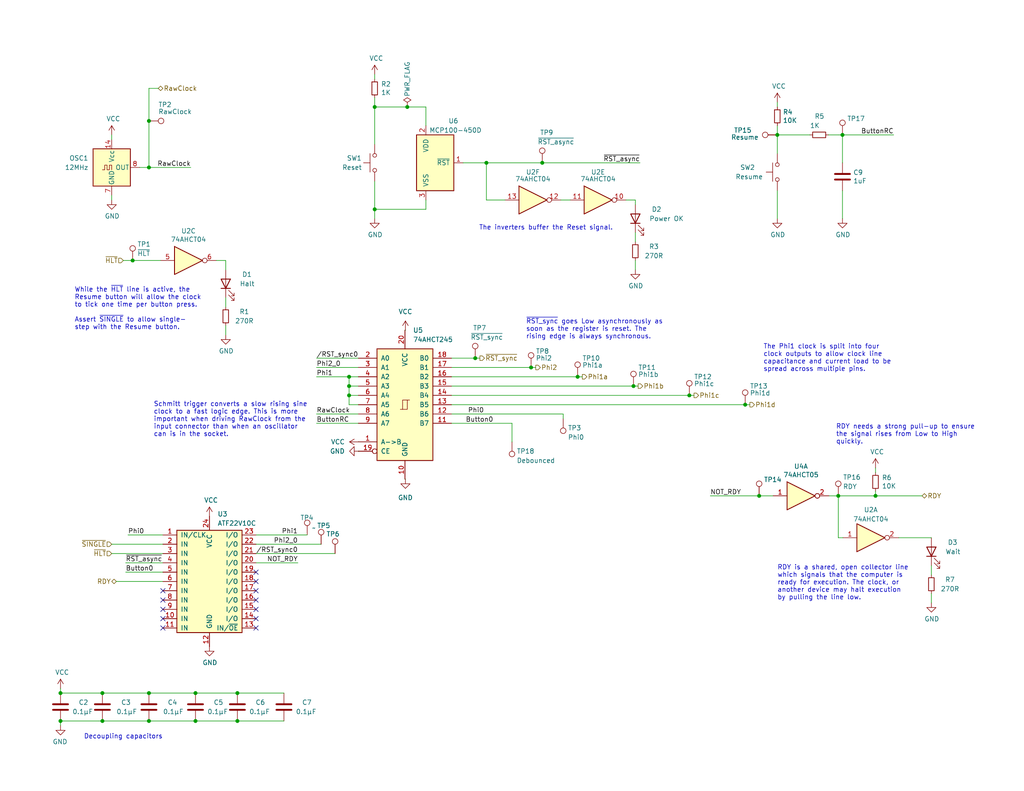
<source format=kicad_sch>
(kicad_sch (version 20230121) (generator eeschema)
  (paper "USLetter")
  (title_block (title "Turtle16: Clock") (date "2023-10-15") (rev "D"))
  (lib_symbols
    (symbol "74xx:74HC245" (pin_names (offset 1.016))
      (property "Reference" "U" (at -7.62 16.51 0))
      (property "Value" "74HC245" (at -7.62 -16.51 0))
      (symbol "74HC245_1_0"
        (polyline (pts (xy -0.635 -1.27) (xy -0.635 1.27) (xy 0.635 1.27)))
        (polyline (pts (xy -1.27 -1.27) (xy 0.635 -1.27) (xy 0.635 1.27) (xy 1.27 1.27)))
        (pin input line (at -12.7 -10.16 0) (length 5.08) (name "A->B") (number "1"))
        (pin power_in line (at 0 -20.32 90) (length 5.08) (name "GND") (number "10"))
        (pin tri_state line (at 12.7 -5.08 180) (length 5.08) (name "B7") (number "11"))
        (pin tri_state line (at 12.7 -2.54 180) (length 5.08) (name "B6") (number "12"))
        (pin tri_state line (at 12.7 0 180) (length 5.08) (name "B5") (number "13"))
        (pin tri_state line (at 12.7 2.54 180) (length 5.08) (name "B4") (number "14"))
        (pin tri_state line (at 12.7 5.08 180) (length 5.08) (name "B3") (number "15"))
        (pin tri_state line (at 12.7 7.62 180) (length 5.08) (name "B2") (number "16"))
        (pin tri_state line (at 12.7 10.16 180) (length 5.08) (name "B1") (number "17"))
        (pin tri_state line (at 12.7 12.7 180) (length 5.08) (name "B0") (number "18"))
        (pin input inverted (at -12.7 -12.7 0) (length 5.08) (name "CE") (number "19"))
        (pin tri_state line (at -12.7 12.7 0) (length 5.08) (name "A0") (number "2"))
        (pin power_in line (at 0 20.32 270) (length 5.08) (name "VCC") (number "20"))
        (pin tri_state line (at -12.7 10.16 0) (length 5.08) (name "A1") (number "3"))
        (pin tri_state line (at -12.7 7.62 0) (length 5.08) (name "A2") (number "4"))
        (pin tri_state line (at -12.7 5.08 0) (length 5.08) (name "A3") (number "5"))
        (pin tri_state line (at -12.7 2.54 0) (length 5.08) (name "A4") (number "6"))
        (pin tri_state line (at -12.7 0 0) (length 5.08) (name "A5") (number "7"))
        (pin tri_state line (at -12.7 -2.54 0) (length 5.08) (name "A6") (number "8"))
        (pin tri_state line (at -12.7 -5.08 0) (length 5.08) (name "A7") (number "9"))
      )
      (symbol "74HC245_1_1"
        (rectangle (start -7.62 15.24) (end 7.62 -15.24) (stroke (width 0.254)) (fill (type background)))
      )
    )
    (symbol "74xx:74LS04"
      (property "Reference" "U" (at 0 1.27 0))
      (property "Value" "74LS04" (at 0 -1.27 0))
      (symbol "74LS04_1_0"
        (polyline (pts (xy -3.81 3.81) (xy -3.81 -3.81) (xy 3.81 0) (xy -3.81 3.81)) (stroke (width 0.254)) (fill (type background)))
        (pin input line (at -7.62 0 0) (length 3.81) (name "~") (number "1"))
        (pin output inverted (at 7.62 0 180) (length 3.81) (name "~") (number "2"))
      )
      (symbol "74LS04_2_0"
        (polyline (pts (xy -3.81 3.81) (xy -3.81 -3.81) (xy 3.81 0) (xy -3.81 3.81)) (stroke (width 0.254)) (fill (type background)))
        (pin input line (at -7.62 0 0) (length 3.81) (name "~") (number "3"))
        (pin output inverted (at 7.62 0 180) (length 3.81) (name "~") (number "4"))
      )
      (symbol "74LS04_3_0"
        (polyline (pts (xy -3.81 3.81) (xy -3.81 -3.81) (xy 3.81 0) (xy -3.81 3.81)) (stroke (width 0.254)) (fill (type background)))
        (pin input line (at -7.62 0 0) (length 3.81) (name "~") (number "5"))
        (pin output inverted (at 7.62 0 180) (length 3.81) (name "~") (number "6"))
      )
      (symbol "74LS04_4_0"
        (polyline (pts (xy -3.81 3.81) (xy -3.81 -3.81) (xy 3.81 0) (xy -3.81 3.81)) (stroke (width 0.254)) (fill (type background)))
        (pin output inverted (at 7.62 0 180) (length 3.81) (name "~") (number "8"))
        (pin input line (at -7.62 0 0) (length 3.81) (name "~") (number "9"))
      )
      (symbol "74LS04_5_0"
        (polyline (pts (xy -3.81 3.81) (xy -3.81 -3.81) (xy 3.81 0) (xy -3.81 3.81)) (stroke (width 0.254)) (fill (type background)))
        (pin output inverted (at 7.62 0 180) (length 3.81) (name "~") (number "10"))
        (pin input line (at -7.62 0 0) (length 3.81) (name "~") (number "11"))
      )
      (symbol "74LS04_6_0"
        (polyline (pts (xy -3.81 3.81) (xy -3.81 -3.81) (xy 3.81 0) (xy -3.81 3.81)) (stroke (width 0.254)) (fill (type background)))
        (pin output inverted (at 7.62 0 180) (length 3.81) (name "~") (number "12"))
        (pin input line (at -7.62 0 0) (length 3.81) (name "~") (number "13"))
      )
      (symbol "74LS04_7_0"
        (pin power_in line (at 0 12.7 270) (length 5.08) (name "VCC") (number "14"))
        (pin power_in line (at 0 -12.7 90) (length 5.08) (name "GND") (number "7"))
      )
      (symbol "74LS04_7_1"
        (rectangle (start -5.08 7.62) (end 5.08 -7.62) (stroke (width 0.254)) (fill (type background)))
      )
    )
    (symbol "74xx:74LS05" (pin_names (offset 1.016))
      (property "Reference" "U" (at 0 1.27 0))
      (property "Value" "74LS05" (at 0 -1.27 0))
      (symbol "74LS05_1_0"
        (polyline (pts (xy -3.81 3.81) (xy -3.81 -3.81) (xy 3.81 0) (xy -3.81 3.81)) (stroke (width 0.254)) (fill (type background)))
        (pin input line (at -7.62 0 0) (length 3.81) (name "~") (number "1"))
        (pin open_collector inverted (at 7.62 0 180) (length 3.81) (name "~") (number "2"))
      )
      (symbol "74LS05_2_0"
        (polyline (pts (xy -3.81 3.81) (xy -3.81 -3.81) (xy 3.81 0) (xy -3.81 3.81)) (stroke (width 0.254)) (fill (type background)))
        (pin input line (at -7.62 0 0) (length 3.81) (name "~") (number "3"))
        (pin open_collector inverted (at 7.62 0 180) (length 3.81) (name "~") (number "4"))
      )
      (symbol "74LS05_3_0"
        (polyline (pts (xy -3.81 3.81) (xy -3.81 -3.81) (xy 3.81 0) (xy -3.81 3.81)) (stroke (width 0.254)) (fill (type background)))
        (pin input line (at -7.62 0 0) (length 3.81) (name "~") (number "5"))
        (pin open_collector inverted (at 7.62 0 180) (length 3.81) (name "~") (number "6"))
      )
      (symbol "74LS05_4_0"
        (polyline (pts (xy -3.81 3.81) (xy -3.81 -3.81) (xy 3.81 0) (xy -3.81 3.81)) (stroke (width 0.254)) (fill (type background)))
        (pin open_collector inverted (at 7.62 0 180) (length 3.81) (name "~") (number "8"))
        (pin input line (at -7.62 0 0) (length 3.81) (name "~") (number "9"))
      )
      (symbol "74LS05_5_0"
        (polyline (pts (xy -3.81 3.81) (xy -3.81 -3.81) (xy 3.81 0) (xy -3.81 3.81)) (stroke (width 0.254)) (fill (type background)))
        (pin open_collector inverted (at 7.62 0 180) (length 3.81) (name "~") (number "10"))
        (pin input line (at -7.62 0 0) (length 3.81) (name "~") (number "11"))
      )
      (symbol "74LS05_6_0"
        (polyline (pts (xy -3.81 3.81) (xy -3.81 -3.81) (xy 3.81 0) (xy -3.81 3.81)) (stroke (width 0.254)) (fill (type background)))
        (pin open_collector inverted (at 7.62 0 180) (length 3.81) (name "~") (number "12"))
        (pin input line (at -7.62 0 0) (length 3.81) (name "~") (number "13"))
      )
      (symbol "74LS05_7_0"
        (pin power_in line (at 0 12.7 270) (length 5.08) (name "VCC") (number "14"))
        (pin power_in line (at 0 -12.7 90) (length 5.08) (name "GND") (number "7"))
      )
      (symbol "74LS05_7_1"
        (rectangle (start -5.08 7.62) (end 5.08 -7.62) (stroke (width 0.254)) (fill (type background)))
      )
    )
    (symbol "ClockModule-rescue:ATF22V10C-Logic_Programmable" (pin_names (offset 1.016))
      (property "Reference" "U" (at -7.62 17.78 0))
      (property "Value" "ATF22V10C-Logic_Programmable" (at -7.62 15.24 0))
      (symbol "ATF22V10C-Logic_Programmable_1_1"
        (rectangle (start -8.89 -15.24) (end 8.89 12.7) (stroke (width 0.254)) (fill (type background)))
        (pin input line (at -12.7 11.43 0) (length 3.81) (name "IN/CLK") (number "1"))
        (pin input line (at -12.7 -11.43 0) (length 3.81) (name "IN") (number "10"))
        (pin input line (at -12.7 -13.97 0) (length 3.81) (name "IN") (number "11"))
        (pin power_in line (at 0 -19.05 90) (length 3.81) (name "GND") (number "12"))
        (pin input line (at 12.7 -13.97 180) (length 3.81) (name "IN/~{OE}") (number "13"))
        (pin passive line (at 12.7 -11.43 180) (length 3.81) (name "I/O") (number "14"))
        (pin passive line (at 12.7 -8.89 180) (length 3.81) (name "I/O") (number "15"))
        (pin passive line (at 12.7 -6.35 180) (length 3.81) (name "I/O") (number "16"))
        (pin passive line (at 12.7 -3.81 180) (length 3.81) (name "I/O") (number "17"))
        (pin passive line (at 12.7 -1.27 180) (length 3.81) (name "I/O") (number "18"))
        (pin passive line (at 12.7 1.27 180) (length 3.81) (name "I/O") (number "19"))
        (pin input line (at -12.7 8.89 0) (length 3.81) (name "IN") (number "2"))
        (pin passive line (at 12.7 3.81 180) (length 3.81) (name "I/O") (number "20"))
        (pin passive line (at 12.7 6.35 180) (length 3.81) (name "I/O") (number "21"))
        (pin passive line (at 12.7 8.89 180) (length 3.81) (name "I/O") (number "22"))
        (pin passive line (at 12.7 11.43 180) (length 3.81) (name "I/O") (number "23"))
        (pin power_in line (at 0 16.51 270) (length 3.81) (name "VCC") (number "24"))
        (pin input line (at -12.7 6.35 0) (length 3.81) (name "IN") (number "3"))
        (pin input line (at -12.7 3.81 0) (length 3.81) (name "IN") (number "4"))
        (pin input line (at -12.7 1.27 0) (length 3.81) (name "IN") (number "5"))
        (pin input line (at -12.7 -1.27 0) (length 3.81) (name "IN") (number "6"))
        (pin input line (at -12.7 -3.81 0) (length 3.81) (name "IN") (number "7"))
        (pin input line (at -12.7 -6.35 0) (length 3.81) (name "IN") (number "8"))
        (pin input line (at -12.7 -8.89 0) (length 3.81) (name "IN") (number "9"))
      )
    )
    (symbol "Connector:TestPoint" (pin_numbers hide) (pin_names (offset 0.762) hide)
      (property "Reference" "TP" (at 0 6.858 0))
      (property "Value" "TestPoint" (at 0 5.08 0))
      (symbol "TestPoint_0_1"
        (circle (center 0 3.302) (radius 0.762))
      )
      (symbol "TestPoint_1_1"
        (pin passive line (at 0 0 90) (length 2.54) (name "1") (number "1"))
      )
    )
    (symbol "Device:C" (pin_numbers hide) (pin_names (offset 0.254))
      (property "Reference" "C" (at 0.635 2.54 0))
      (property "Value" "C" (at 0.635 -2.54 0))
      (symbol "C_0_1"
        (polyline (pts (xy -2.032 -0.762) (xy 2.032 -0.762)) (stroke (width 0.508)))
        (polyline (pts (xy -2.032 0.762) (xy 2.032 0.762)) (stroke (width 0.508)))
      )
      (symbol "C_1_1"
        (pin passive line (at 0 3.81 270) (length 2.794) (name "~") (number "1"))
        (pin passive line (at 0 -3.81 90) (length 2.794) (name "~") (number "2"))
      )
    )
    (symbol "Device:LED" (pin_numbers hide) (pin_names (offset 1.016) hide)
      (property "Reference" "D" (at 0 2.54 0))
      (property "Value" "LED" (at 0 -2.54 0))
      (symbol "LED_0_1"
        (polyline (pts (xy -1.27 -1.27) (xy -1.27 1.27)) (stroke (width 0.254)))
        (polyline (pts (xy -1.27 0) (xy 1.27 0)))
        (polyline (pts (xy 1.27 -1.27) (xy 1.27 1.27) (xy -1.27 0) (xy 1.27 -1.27)) (stroke (width 0.254)))
        (polyline (pts (xy -3.048 -0.762) (xy -4.572 -2.286) (xy -3.81 -2.286) (xy -4.572 -2.286) (xy -4.572 -1.524)))
        (polyline (pts (xy -1.778 -0.762) (xy -3.302 -2.286) (xy -2.54 -2.286) (xy -3.302 -2.286) (xy -3.302 -1.524)))
      )
      (symbol "LED_1_1"
        (pin passive line (at -3.81 0 0) (length 2.54) (name "K") (number "1"))
        (pin passive line (at 3.81 0 180) (length 2.54) (name "A") (number "2"))
      )
    )
    (symbol "Device:R_Small" (pin_numbers hide) (pin_names (offset 0.254) hide)
      (property "Reference" "R" (at 0.762 0.508 0))
      (property "Value" "R_Small" (at 0.762 -1.016 0))
      (symbol "R_Small_0_1"
        (rectangle (start -0.762 1.778) (end 0.762 -1.778) (stroke (width 0.2032)))
      )
      (symbol "R_Small_1_1"
        (pin passive line (at 0 2.54 270) (length 0.762) (name "~") (number "1"))
        (pin passive line (at 0 -2.54 90) (length 0.762) (name "~") (number "2"))
      )
    )
    (symbol "Oscillator:ACO-xxxMHz" (pin_names (offset 0.254))
      (property "Reference" "X" (at -5.08 6.35 0))
      (property "Value" "ACO-xxxMHz" (at 1.27 -6.35 0))
      (symbol "ACO-xxxMHz_0_1"
        (rectangle (start -5.08 5.08) (end 5.08 -5.08) (stroke (width 0.254)) (fill (type background)))
        (polyline (pts (xy -2.54 -0.635) (xy -1.905 -0.635) (xy -1.905 0.635) (xy -1.27 0.635) (xy -1.27 -0.635) (xy -0.635 -0.635) (xy -0.635 0.635) (xy 0 0.635) (xy 0 -0.635)))
      )
      (symbol "ACO-xxxMHz_1_1"
        (pin no_connect line (at -5.08 2.54 0) (length 2.54) hide (name "NC") (number "1"))
        (pin power_in line (at 0 7.62 270) (length 2.54) (name "Vcc") (number "14"))
        (pin power_in line (at 0 -7.62 90) (length 2.54) (name "GND") (number "7"))
        (pin output line (at 7.62 0 180) (length 2.54) (name "OUT") (number "8"))
      )
    )
    (symbol "Power_Supervisor:MCP100-450D" (pin_names (offset 1.016))
      (property "Reference" "U" (at 0 8.89 0))
      (property "Value" "MCP100-450D" (at -1.27 -8.89 0))
      (symbol "MCP100-450D_1_1"
        (rectangle (start -5.08 7.62) (end 5.08 -7.62) (stroke (width 0.254)) (fill (type background)))
        (pin output line (at 7.62 0 180) (length 2.54) (name "~{RST}") (number "1"))
        (pin power_in line (at -2.54 10.16 270) (length 2.54) (name "VDD") (number "2"))
        (pin power_in line (at -2.54 -10.16 90) (length 2.54) (name "VSS") (number "3"))
      )
    )
    (symbol "Switch:SW_Push" (pin_numbers hide) (pin_names (offset 1.016) hide)
      (property "Reference" "SW" (at 1.27 2.54 0))
      (property "Value" "SW_Push" (at 0 -1.524 0))
      (symbol "SW_Push_0_1"
        (circle (center -2.032 0) (radius 0.508))
        (polyline (pts (xy 0 1.27) (xy 0 3.048)))
        (polyline (pts (xy 2.54 1.27) (xy -2.54 1.27)))
        (circle (center 2.032 0) (radius 0.508))
        (pin passive line (at -5.08 0 0) (length 2.54) (name "1") (number "1"))
        (pin passive line (at 5.08 0 180) (length 2.54) (name "2") (number "2"))
      )
    )
    (symbol "power:GND" (power) (pin_names (offset 0))
      (property "Value" "GND" (at 0 -3.81 0))
      (symbol "GND_0_1"
        (polyline (pts (xy 0 0) (xy 0 -1.27) (xy 1.27 -1.27) (xy 0 -2.54) (xy -1.27 -1.27) (xy 0 -1.27)))
      )
      (symbol "GND_1_1"
        (pin power_in line (at 0 0 270) (length 0) hide (name "GND") (number "1"))
      )
    )
    (symbol "power:PWR_FLAG" (power) (pin_numbers hide) (pin_names (offset 0) hide)
      (property "Value" "PWR_FLAG" (at 0 3.81 0))
      (symbol "PWR_FLAG_0_0"
        (pin power_out line (at 0 0 90) (length 0) (name "pwr") (number "1"))
      )
      (symbol "PWR_FLAG_0_1"
        (polyline (pts (xy 0 0) (xy 0 1.27) (xy -1.016 1.905) (xy 0 2.54) (xy 1.016 1.905) (xy 0 1.27)))
      )
    )
    (symbol "power:VCC" (power) (pin_names (offset 0))
      (property "Value" "VCC" (at 0 3.81 0))
      (symbol "VCC_0_1"
        (polyline (pts (xy -0.762 1.27) (xy 0 2.54)))
        (polyline (pts (xy 0 0) (xy 0 2.54)))
        (polyline (pts (xy 0 2.54) (xy 0.762 1.27)))
      )
      (symbol "VCC_1_1"
        (pin power_in line (at 0 0 90) (length 0) hide (name "VCC") (number "1"))
      )
    )
  )
  (junction (at 106.68 290.83))
  (junction (at 72.39 262.89))
  (junction (at 106.68 276.86))
  (junction (at 95.25 107.95))
  (junction (at 203.327 110.49))
  (junction (at 53.34 189.23))
  (junction (at 207.137 135.382))
  (junction (at 157.607 102.87))
  (junction (at 102.235 57.15))
  (junction (at 238.887 135.382))
  (junction (at 64.77 189.23))
  (junction (at 72.39 289.56))
  (junction (at 72.39 250.19))
  (junction (at 40.64 33.02))
  (junction (at 16.51 189.23))
  (junction (at 188.087 107.95))
  (junction (at 132.715 44.45))
  (junction (at 229.87 36.83))
  (junction (at 95.25 105.41))
  (junction (at 212.09 36.83))
  (junction (at 27.94 196.85))
  (junction (at 40.64 45.72))
  (junction (at 27.94 189.23))
  (junction (at 111.125 29.21))
  (junction (at 40.64 196.85))
  (junction (at 102.235 29.21))
  (junction (at 16.51 196.85))
  (junction (at 172.847 105.41))
  (junction (at 95.25 102.87))
  (junction (at 36.195 71.12))
  (junction (at 72.39 276.86))
  (junction (at 144.907 100.33))
  (junction (at 129.667 97.79))
  (junction (at 147.955 44.45))
  (junction (at 64.77 196.85))
  (junction (at 228.727 135.382))
  (junction (at 53.34 196.85))
  (junction (at 72.39 237.49))
  (junction (at 40.64 189.23))
  (no_connect (at 87.63 276.86))
  (no_connect (at 44.45 168.91))
  (no_connect (at 69.85 171.45))
  (no_connect (at 44.45 163.83))
  (no_connect (at 69.85 156.21))
  (no_connect (at 121.92 276.86))
  (no_connect (at 44.45 171.45))
  (no_connect (at 69.85 161.29))
  (no_connect (at 44.45 161.29))
  (no_connect (at 87.63 250.19))
  (no_connect (at 87.63 237.49))
  (no_connect (at 69.85 168.91))
  (no_connect (at 69.85 158.75))
  (no_connect (at 87.63 289.56))
  (no_connect (at 69.85 166.37))
  (no_connect (at 69.85 163.83))
  (no_connect (at 87.63 262.89))
  (no_connect (at 44.45 166.37))
  (no_connect (at 121.92 290.83))
  (wire (pts (xy 44.45 156.21) (xy 34.29 156.21)))
  (wire (pts (xy 34.29 153.67) (xy 44.45 153.67)))
  (wire (pts (xy 226.187 135.382) (xy 228.727 135.382)))
  (wire (pts (xy 95.25 102.87) (xy 95.25 105.41)))
  (wire (pts (xy 229.997 146.812) (xy 228.727 146.812)))
  (wire (pts (xy 64.77 196.85) (xy 77.47 196.85)))
  (wire (pts (xy 173.355 63.5) (xy 173.355 66.04)))
  (wire (pts (xy 116.205 54.61) (xy 116.205 57.15)))
  (wire (pts (xy 72.39 276.86) (xy 72.39 289.56)))
  (wire (pts (xy 228.727 135.382) (xy 228.727 146.812)))
  (wire (pts (xy 147.955 44.45) (xy 174.625 44.45)))
  (wire (pts (xy 157.607 102.87) (xy 158.877 102.87)))
  (wire (pts (xy 44.45 151.13) (xy 30.48 151.13)))
  (wire (pts (xy 44.45 148.59) (xy 30.48 148.59)))
  (wire (pts (xy 40.64 45.72) (xy 52.07 45.72)))
  (wire (pts (xy 31.75 158.75) (xy 44.45 158.75)))
  (wire (pts (xy 102.235 57.15) (xy 116.205 57.15)))
  (wire (pts (xy 106.68 290.83) (xy 106.68 294.64)))
  (wire (pts (xy 72.39 227.33) (xy 72.39 237.49)))
  (wire (pts (xy 36.195 71.12) (xy 43.815 71.12)))
  (wire (pts (xy 193.802 135.382) (xy 207.137 135.382)))
  (wire (pts (xy 106.68 320.04) (xy 106.68 321.31)))
  (wire (pts (xy 97.79 120.65) (xy 97.917 120.65)))
  (wire (pts (xy 72.39 289.56) (xy 72.39 294.64)))
  (wire (pts (xy 203.327 110.49) (xy 204.597 110.49)))
  (wire (pts (xy 111.125 29.21) (xy 116.205 29.21)))
  (wire (pts (xy 123.19 113.03) (xy 153.67 113.03)))
  (wire (pts (xy 97.79 123.19) (xy 97.917 123.19)))
  (wire (pts (xy 110.49 90.17) (xy 110.617 90.17)))
  (wire (pts (xy 59.055 71.12) (xy 61.595 71.12)))
  (wire (pts (xy 132.715 44.45) (xy 147.955 44.45)))
  (wire (pts (xy 123.19 102.87) (xy 157.607 102.87)))
  (wire (pts (xy 139.7 120.65) (xy 139.7 115.57)))
  (wire (pts (xy 173.355 71.12) (xy 173.355 73.66)))
  (wire (pts (xy 95.25 105.41) (xy 95.25 107.95)))
  (wire (pts (xy 212.09 52.07) (xy 212.09 59.69)))
  (wire (pts (xy 153.67 114.3) (xy 153.67 113.03)))
  (wire (pts (xy 155.575 54.61) (xy 153.035 54.61)))
  (wire (pts (xy 226.06 36.83) (xy 229.87 36.83)))
  (wire (pts (xy 132.715 44.45) (xy 132.715 54.61)))
  (wire (pts (xy 229.87 36.83) (xy 243.84 36.83)))
  (wire (pts (xy 116.205 29.21) (xy 116.205 34.29)))
  (wire (pts (xy 86.36 102.87) (xy 95.25 102.87)))
  (wire (pts (xy 172.847 105.41) (xy 174.117 105.41)))
  (wire (pts (xy 106.68 276.86) (xy 106.68 290.83)))
  (wire (pts (xy 53.34 189.23) (xy 64.77 189.23)))
  (wire (pts (xy 254.127 162.052) (xy 254.127 164.592)))
  (wire (pts (xy 207.137 135.382) (xy 210.947 135.382)))
  (wire (pts (xy 95.25 107.95) (xy 95.25 110.49)))
  (wire (pts (xy 238.887 127.762) (xy 238.887 129.032)))
  (wire (pts (xy 72.39 262.89) (xy 72.39 276.86)))
  (wire (pts (xy 69.85 151.13) (xy 91.44 151.13)))
  (wire (pts (xy 106.68 226.06) (xy 106.68 276.86)))
  (wire (pts (xy 69.85 146.05) (xy 83.82 146.05)))
  (wire (pts (xy 72.39 320.04) (xy 72.39 323.85)))
  (wire (pts (xy 40.64 189.23) (xy 27.94 189.23)))
  (wire (pts (xy 34.925 146.05) (xy 44.45 146.05)))
  (wire (pts (xy 30.48 53.34) (xy 30.48 54.61)))
  (wire (pts (xy 144.907 100.33) (xy 146.177 100.33)))
  (wire (pts (xy 245.237 146.812) (xy 254.127 146.812)))
  (wire (pts (xy 16.51 196.85) (xy 16.51 198.12)))
  (wire (pts (xy 102.235 49.53) (xy 102.235 57.15)))
  (wire (pts (xy 61.595 88.9) (xy 61.595 91.44)))
  (wire (pts (xy 61.595 81.28) (xy 61.595 83.82)))
  (wire (pts (xy 188.087 107.95) (xy 189.357 107.95)))
  (wire (pts (xy 170.815 54.61) (xy 173.355 54.61)))
  (wire (pts (xy 27.94 189.23) (xy 16.51 189.23)))
  (wire (pts (xy 123.19 105.41) (xy 172.847 105.41)))
  (wire (pts (xy 97.79 113.03) (xy 86.36 113.03)))
  (wire (pts (xy 212.09 34.29) (xy 212.09 36.83)))
  (wire (pts (xy 16.51 189.23) (xy 16.51 187.96)))
  (wire (pts (xy 123.19 107.95) (xy 188.087 107.95)))
  (wire (pts (xy 173.355 54.61) (xy 173.355 55.88)))
  (wire (pts (xy 123.19 110.49) (xy 203.327 110.49)))
  (wire (pts (xy 102.235 26.67) (xy 102.235 29.21)))
  (wire (pts (xy 110.49 130.81) (xy 110.617 130.81)))
  (wire (pts (xy 123.19 115.57) (xy 139.7 115.57)))
  (wire (pts (xy 86.36 97.79) (xy 97.79 97.79)))
  (wire (pts (xy 102.235 29.21) (xy 111.125 29.21)))
  (wire (pts (xy 229.87 52.07) (xy 229.87 59.69)))
  (wire (pts (xy 95.25 105.41) (xy 97.79 105.41)))
  (wire (pts (xy 38.1 45.72) (xy 40.64 45.72)))
  (wire (pts (xy 126.365 44.45) (xy 132.715 44.45)))
  (wire (pts (xy 72.39 237.49) (xy 72.39 250.19)))
  (wire (pts (xy 53.34 196.85) (xy 64.77 196.85)))
  (wire (pts (xy 40.64 33.02) (xy 40.64 45.72)))
  (wire (pts (xy 228.727 135.382) (xy 238.887 135.382)))
  (wire (pts (xy 238.887 135.382) (xy 251.587 135.382)))
  (wire (pts (xy 40.64 189.23) (xy 53.34 189.23)))
  (wire (pts (xy 40.64 24.13) (xy 40.64 33.02)))
  (wire (pts (xy 61.595 71.12) (xy 61.595 73.66)))
  (wire (pts (xy 102.235 29.21) (xy 102.235 39.37)))
  (wire (pts (xy 123.19 97.79) (xy 129.667 97.79)))
  (wire (pts (xy 77.47 189.23) (xy 64.77 189.23)))
  (wire (pts (xy 129.667 97.79) (xy 130.937 97.79)))
  (wire (pts (xy 229.87 44.45) (xy 229.87 36.83)))
  (wire (pts (xy 95.25 110.49) (xy 97.79 110.49)))
  (wire (pts (xy 40.64 196.85) (xy 53.34 196.85)))
  (wire (pts (xy 95.25 107.95) (xy 97.79 107.95)))
  (wire (pts (xy 102.235 57.15) (xy 102.235 59.69)))
  (wire (pts (xy 95.25 102.87) (xy 97.79 102.87)))
  (wire (pts (xy 238.887 134.112) (xy 238.887 135.382)))
  (wire (pts (xy 27.94 196.85) (xy 40.64 196.85)))
  (wire (pts (xy 102.235 20.32) (xy 102.235 21.59)))
  (wire (pts (xy 69.85 148.59) (xy 87.63 148.59)))
  (wire (pts (xy 123.19 100.33) (xy 144.907 100.33)))
  (wire (pts (xy 97.79 115.57) (xy 86.36 115.57)))
  (wire (pts (xy 220.98 36.83) (xy 212.09 36.83)))
  (wire (pts (xy 86.36 100.33) (xy 97.79 100.33)))
  (wire (pts (xy 212.09 36.83) (xy 212.09 41.91)))
  (wire (pts (xy 16.51 196.85) (xy 27.94 196.85)))
  (wire (pts (xy 33.655 71.12) (xy 36.195 71.12)))
  (wire (pts (xy 72.39 250.19) (xy 72.39 262.89)))
  (wire (pts (xy 43.18 24.13) (xy 40.64 24.13)))
  (wire (pts (xy 132.715 54.61) (xy 137.795 54.61)))
  (wire (pts (xy 212.09 27.94) (xy 212.09 29.21)))
  (wire (pts (xy 81.28 153.67) (xy 69.85 153.67)))
  (wire (pts (xy 254.127 154.432) (xy 254.127 156.972)))
  (wire (pts (xy 30.48 36.83) (xy 30.48 38.1)))
  (text "~{RST_sync} goes Low asynchronously as\nsoon as the register is reset. The\nrising edge is always synchronous." (at 143.51 92.71 0) (effects (font (size 1.27 1.27)) (justify left bottom)))
  (text "RDY is a shared, open collector line\nwhich signals that the computer is\nready for execution. The clock, or\nanother device may halt execution\nby pulling the line low." (at 212.09 163.957 0) (effects (font (size 1.27 1.27)) (justify left bottom)))
  (text "The inverters buffer the Reset signal." (at 130.683 62.992 0) (effects (font (size 1.27 1.27)) (justify left bottom)))
  (text "RDY needs a strong pull-up to ensure\nthe signal rises from Low to High\nquickly." (at 228.092 121.412 0) (effects (font (size 1.27 1.27)) (justify left bottom)))
  (text "The Phi1 clock is split into four\nclock outputs to allow clock line\ncapacitance and current load to be\nspread across multiple pins." (at 208.28 101.6 0) (effects (font (size 1.27 1.27)) (justify left bottom)))
  (text "Schmitt trigger converts a slow rising sine\nclock to a fast logic edge. This is more\nimportant when driving RawClock from the\ninput connector than when an oscillator\ncan is in the socket." (at 41.91 119.38 0) (effects (font (size 1.27 1.27)) (justify left bottom)))
  (text "Unused devices" (at 48.26 219.075 0) (effects (font (size 1.27 1.27)) (justify left bottom)))
  (text "While the ~{HLT} line is active, the\nResume button will allow the clock\nto tick one time per button press.\n\nAssert ~{SINGLE} to allow single-\nstep with the Resume button." (at 20.32 90.17 0) (effects (font (size 1.27 1.27)) (justify left bottom)))
  (text "Decoupling capacitors" (at 22.86 201.93 0) (effects (font (size 1.27 1.27)) (justify left bottom)))
  (label "{slash}RST_sync0" (at 86.36 97.79 0))
  (label "Phi1" (at 86.36 102.87 0))
  (label "~{RST_async}" (at 34.29 153.67 0))
  (label "Phi2_0" (at 86.36 100.33 0))
  (label "RawClock" (at 86.36 113.03 0))
  (label "~{RST_async}" (at 174.625 44.45 180))
  (label "Button0" (at 134.62 115.57 180))
  (label "NOT_RDY" (at 81.28 153.67 180))
  (label "{slash}RST_sync0" (at 81.28 151.13 180))
  (label "Button0" (at 34.29 156.21 0))
  (label "Phi0" (at 34.925 146.05 0))
  (label "Phi1" (at 81.28 146.05 180))
  (label "Phi2_0" (at 81.28 148.59 180))
  (label "Phi0" (at 132.08 113.03 180))
  (label "NOT_RDY" (at 193.802 135.382 0))
  (label "ButtonRC" (at 243.84 36.83 180))
  (label "ButtonRC" (at 86.36 115.57 0))
  (label "RawClock" (at 52.07 45.72 180))
  (hierarchical_label "Phi1d" (shape output) (at 204.597 110.49 0))
  (hierarchical_label "~{HLT}" (shape input) (at 33.655 71.12 180))
  (hierarchical_label "Phi1a" (shape output) (at 158.877 102.87 0))
  (hierarchical_label "Phi1b" (shape output) (at 174.117 105.41 0))
  (hierarchical_label "RDY" (shape tri_state) (at 251.587 135.382 0))
  (hierarchical_label "~{RST_sync}" (shape output) (at 130.937 97.79 0))
  (hierarchical_label "RawClock" (shape bidirectional) (at 43.18 24.13 0))
  (hierarchical_label "Phi1c" (shape output) (at 189.357 107.95 0))
  (hierarchical_label "~{SINGLE}" (shape input) (at 30.48 148.59 180))
  (hierarchical_label "RDY" (shape tri_state) (at 31.75 158.75 180))
  (hierarchical_label "~{HLT}" (shape input) (at 30.48 151.13 180))
  (hierarchical_label "Phi2" (shape output) (at 146.177 100.33 0))
  (symbol (lib_id "power:GND") (at 173.355 73.66 0) (unit 1)
    (property "Reference" "#PWR029" (effects hide))
    (property "Value" "GND" (at 173.482 78.0542 0))
  )
  (symbol (lib_id "Connector:TestPoint") (at 212.09 36.83 90) (unit 1)
    (property "Reference" "TP15" (at 205.105 35.56 90) (effects (justify left)))
    (property "Value" "Resume" (at 207.01 37.465 90) (effects (justify left)))
    (property "Footprint" "TestPoint:TestPoint_Pad_D1.0mm" (effects hide))
  )
  (symbol (lib_id "power:GND") (at 212.09 59.69 0) (unit 1)
    (property "Reference" "#PWR031" (effects hide))
    (property "Value" "GND" (at 212.217 64.0842 0))
  )
  (symbol (lib_id "Device:C") (at 27.94 193.04 0) (unit 1)
    (property "Reference" "C3" (at 33.02 191.77 0) (effects (justify left)))
    (property "Value" "0.1µF" (at 31.75 194.31 0) (effects (justify left)))
    (property "Footprint" "Capacitor_SMD:C_0603_1608Metric_Pad1.08x0.95mm_HandSolder" (effects hide))
    (property "Mouser" "https://www.mouser.com/ProductDetail/963-EMK107B7104KAHT" (effects hide))
  )
  (symbol (lib_id "Device:LED") (at 254.127 150.622 90) (unit 1)
    (property "Reference" "D3" (at 258.572 148.082 90) (effects (justify right)))
    (property "Value" "Wait" (at 257.937 150.622 90) (effects (justify right)))
    (property "Footprint" "LED_SMD:LED_0805_2012Metric" (effects hide))
    (property "Mouser" "https://www.mouser.com/ProductDetail/604-AP2012ID" (effects hide))
  )
  (symbol (lib_id "Device:C") (at 64.77 193.04 0) (mirror y) (unit 1)
    (property "Reference" "C6" (at 72.39 191.77 0) (effects (justify left)))
    (property "Value" "0.1µF" (at 73.66 194.31 0) (effects (justify left)))
    (property "Footprint" "Capacitor_SMD:C_0603_1608Metric_Pad1.08x0.95mm_HandSolder" (effects hide))
    (property "Mouser" "https://www.mouser.com/ProductDetail/963-EMK107B7104KAHT" (effects hide))
  )
  (symbol (lib_id "Oscillator:ACO-xxxMHz") (at 30.48 45.72 0) (unit 1)
    (property "Reference" "OSC1" (at 24.13 43.18 0) (effects (justify right)))
    (property "Value" "12MHz" (at 24.13 45.72 0) (effects (justify right)))
    (property "Footprint" "Oscillator:Oscillator_DIP-14" (effects hide))
    (property "Datasheet" "http://www.conwin.com/datasheets/cx/cx030.pdf" (effects hide))
    (property "Mouser" "https://www.mouser.com/ProductDetail/ABRACON/ACO-12000MHZ-EK?qs=2xLVn2jvFuvTNNmW6JUIaw%3D%3D" (effects hide))
    (property "Mouser2" "https://www.mouser.com/ProductDetail/535-1107741" (effects hide))
  )
  (symbol (lib_id "Device:R_Small") (at 254.127 159.512 0) (unit 1)
    (property "Reference" "R7" (at 259.207 158.242 0))
    (property "Value" "270R" (at 259.207 160.782 0))
    (property "Footprint" "Capacitor_SMD:C_0603_1608Metric" (effects hide))
    (property "Mouser" "https://www.mouser.com/ProductDetail/652-CR0603FX-2700ELF" (effects hide))
  )
  (symbol (lib_id "Device:LED") (at 61.595 77.47 90) (unit 1)
    (property "Reference" "D1" (at 66.04 74.93 90) (effects (justify right)))
    (property "Value" "Halt" (at 65.405 77.47 90) (effects (justify right)))
    (property "Footprint" "LED_SMD:LED_0805_2012Metric" (effects hide))
    (property "Mouser" "https://www.mouser.com/ProductDetail/604-AP2012ID" (effects hide))
  )
  (symbol (lib_id "Connector:TestPoint") (at 36.195 71.12 0) (unit 1)
    (property "Reference" "TP1" (at 37.465 66.675 0) (effects (justify left)))
    (property "Value" "~{HLT}" (at 37.465 69.215 0) (effects (justify left)))
    (property "Footprint" "TestPoint:TestPoint_Pad_D1.0mm" (effects hide))
  )
  (symbol (lib_id "Power_Supervisor:MCP100-450D") (at 118.745 44.45 0) (unit 1)
    (property "Reference" "U6" (at 125.095 33.02 0) (effects (justify right)))
    (property "Value" "MCP100-450D" (at 131.445 35.56 0) (effects (justify right)))
    (property "Footprint" "Package_TO_SOT_THT:TO-92" (effects hide))
    (property "Datasheet" "http://ww1.microchip.com/downloads/en/DeviceDoc/11187f.pdf" (effects hide))
    (property "Mouser" "https://www.mouser.com/ProductDetail/Microchip-Technology/MCP100-450DI-TO?qs=wJ05WdDZ4qSqHToh7J2ZpQ%3D%3D" (effects hide))
  )
  (symbol (lib_id "Connector:TestPoint") (at 83.82 146.05 0) (unit 1)
    (property "Reference" "TP4" (at 81.915 141.351 0) (effects (justify left)))
    (property "Value" "~" (at 85.09 144.145 0) (effects (justify left)))
    (property "Footprint" "TestPoint:TestPoint_Pad_D1.0mm" (effects hide))
  )
  (symbol (lib_id "Connector:TestPoint") (at 147.955 44.45 0) (unit 1)
    (property "Reference" "TP9" (at 147.32 36.195 0) (effects (justify left)))
    (property "Value" "~{RST_async}" (at 146.685 38.735 0) (effects (justify left)))
    (property "Footprint" "TestPoint:TestPoint_Pad_D1.0mm" (effects hide))
  )
  (symbol (lib_id "74xx:74LS05") (at 80.01 237.49 0) (unit 2)
    (property "Reference" "U4" (at 80.01 229.4382 0))
    (property "Value" "74AHCT05" (at 80.01 231.7496 0))
    (property "Footprint" "Package_SO:TSSOP-14_4.4x5mm_P0.65mm" (effects hide))
    (property "Datasheet" "http://www.ti.com/lit/gpn/sn74LS05" (effects hide))
    (property "Mouser" "https://www.mouser.com/ProductDetail/ON-Semiconductor-Fairchild/MM74HCT05MTC?qs=7qg%2FUSZkK84HVNk73cLWQw%3D%3D" (effects hide))
  )
  (symbol (lib_id "Connector:TestPoint") (at 207.137 135.382 0) (unit 1)
    (property "Reference" "TP14" (at 208.407 130.937 0) (effects (justify left)))
    (property "Value" "TP" (effects hide))
    (property "Footprint" "TestPoint:TestPoint_Pad_D1.0mm" (effects hide))
  )
  (symbol (lib_id "Connector:TestPoint") (at 229.87 36.83 0) (unit 1)
    (property "Reference" "TP17" (at 231.14 32.385 0) (effects (justify left)))
    (property "Value" "TP" (effects hide))
    (property "Footprint" "TestPoint:TestPoint_Pad_D1.0mm" (effects hide))
  )
  (symbol (lib_id "Device:LED") (at 173.355 59.69 90) (unit 1)
    (property "Reference" "D2" (at 177.8 57.15 90) (effects (justify right)))
    (property "Value" "Power OK" (at 177.165 59.69 90) (effects (justify right)))
    (property "Footprint" "LED_SMD:LED_0805_2012Metric" (effects hide))
    (property "Mouser" "https://www.mouser.com/ProductDetail/604-AP2012ID" (effects hide))
  )
  (symbol (lib_id "Device:C") (at 53.34 193.04 0) (mirror y) (unit 1)
    (property "Reference" "C5" (at 60.96 191.77 0) (effects (justify left)))
    (property "Value" "0.1µF" (at 62.23 194.31 0) (effects (justify left)))
    (property "Footprint" "Capacitor_SMD:C_0603_1608Metric_Pad1.08x0.95mm_HandSolder" (effects hide))
    (property "Mouser" "https://www.mouser.com/ProductDetail/963-EMK107B7104KAHT" (effects hide))
  )
  (symbol (lib_id "Device:R_Small") (at 238.887 131.572 0) (unit 1)
    (property "Reference" "R6" (at 240.6142 130.4036 0) (effects (justify left)))
    (property "Value" "10K" (at 240.6142 132.715 0) (effects (justify left)))
    (property "Footprint" "Resistor_SMD:R_0603_1608Metric_Pad0.98x0.95mm_HandSolder" (effects hide))
    (property "Mouser" "https://www.mouser.com/ProductDetail/652-CR0603FX-1001ELF" (effects hide))
  )
  (symbol (lib_id "power:VCC") (at 110.617 90.17 0) (unit 1)
    (property "Reference" "#PWR027" (effects hide))
    (property "Value" "VCC" (at 110.617 85.09 0))
  )
  (symbol (lib_id "74xx:74LS04") (at 106.68 307.34 0) (unit 7)
    (property "Reference" "U2" (at 115.57 306.07 0))
    (property "Value" "74AHCT04" (at 118.11 308.61 0))
    (property "Footprint" "Package_SO:TSSOP-14_4.4x5mm_P0.65mm" (effects hide))
    (property "Datasheet" "http://www.ti.com/lit/gpn/sn74LS04" (effects hide))
    (property "Mouser" "https://www.mouser.com/ProductDetail/771-AHCT04PW112" (effects hide))
  )
  (symbol (lib_id "Device:C") (at 16.51 193.04 0) (mirror y) (unit 1)
    (property "Reference" "C2" (at 24.13 191.77 0) (effects (justify left)))
    (property "Value" "0.1µF" (at 25.4 194.31 0) (effects (justify left)))
    (property "Footprint" "Capacitor_SMD:C_0603_1608Metric_Pad1.08x0.95mm_HandSolder" (effects hide))
    (property "Mouser" "https://www.mouser.com/ProductDetail/963-EMK107B7104KAHT" (effects hide))
  )
  (symbol (lib_id "74xx:74LS05") (at 218.567 135.382 0) (unit 1)
    (property "Reference" "U4" (at 218.567 127.3302 0))
    (property "Value" "74AHCT05" (at 218.567 129.6416 0))
    (property "Footprint" "Package_SO:TSSOP-14_4.4x5mm_P0.65mm" (effects hide))
    (property "Datasheet" "http://www.ti.com/lit/gpn/sn74LS05" (effects hide))
    (property "Mouser" "https://www.mouser.com/ProductDetail/ON-Semiconductor-Fairchild/MM74HCT05MTC?qs=7qg%2FUSZkK84HVNk73cLWQw%3D%3D" (effects hide))
  )
  (symbol (lib_id "Device:R_Small") (at 223.52 36.83 270) (unit 1)
    (property "Reference" "R5" (at 222.25 31.75 90) (effects (justify left)))
    (property "Value" "1K" (at 220.98 34.29 90) (effects (justify left)))
    (property "Footprint" "Resistor_SMD:R_0603_1608Metric_Pad0.98x0.95mm_HandSolder" (effects hide))
    (property "Mouser" "https://www.mouser.com/ProductDetail/652-CR0603FX-1001ELF" (effects hide))
  )
  (symbol (lib_id "Connector:TestPoint") (at 172.847 105.41 0) (unit 1)
    (property "Reference" "TP11" (at 174.117 100.33 0) (effects (justify left)))
    (property "Value" "Phi1b" (at 174.117 102.235 0) (effects (justify left)))
    (property "Footprint" "TestPoint:TestPoint_Pad_D1.0mm" (effects hide))
  )
  (symbol (lib_id "power:GND") (at 229.87 59.69 0) (unit 1)
    (property "Reference" "#PWR032" (effects hide))
    (property "Value" "GND" (at 229.997 64.0842 0))
  )
  (symbol (lib_id "Connector:TestPoint") (at 157.607 102.87 0) (unit 1)
    (property "Reference" "TP10" (at 158.877 97.79 0) (effects (justify left)))
    (property "Value" "Phi1a" (at 158.877 99.695 0) (effects (justify left)))
    (property "Footprint" "TestPoint:TestPoint_Pad_D1.0mm" (effects hide))
  )
  (symbol (lib_id "Connector:TestPoint") (at 139.7 120.65 0) (mirror x) (unit 1)
    (property "Reference" "TP18" (at 140.97 123.19 0) (effects (justify left)))
    (property "Value" "Debounced" (at 140.97 125.73 0) (effects (justify left)))
    (property "Footprint" "TestPoint:TestPoint_Pad_D1.0mm" (effects hide))
  )
  (symbol (lib_id "power:GND") (at 102.235 59.69 0) (unit 1)
    (property "Reference" "#PWR024" (effects hide))
    (property "Value" "GND" (at 102.362 64.0842 0))
  )
  (symbol (lib_id "ClockModule-rescue:ATF22V10C-Logic_Programmable") (at 57.15 157.48 0) (unit 1)
    (property "Reference" "U3" (at 59.3441 140.335 0) (effects (justify left)))
    (property "Value" "ATF22V10C" (at 59.3441 142.875 0) (effects (justify left)))
    (property "Footprint" "Package_DIP:DIP-24_W7.62mm_Socket" (effects hide))
  )
  (symbol (lib_id "Device:C") (at 40.64 193.04 0) (unit 1)
    (property "Reference" "C4" (at 45.72 191.77 0) (effects (justify left)))
    (property "Value" "0.1µF" (at 44.45 194.31 0) (effects (justify left)))
    (property "Footprint" "Capacitor_SMD:C_0603_1608Metric_Pad1.08x0.95mm_HandSolder" (effects hide))
    (property "Mouser" "https://www.mouser.com/ProductDetail/963-EMK107B7104KAHT" (effects hide))
  )
  (symbol (lib_id "power:GND") (at 97.917 123.19 270) (unit 1)
    (property "Reference" "#PWR022" (effects hide))
    (property "Value" "GND" (at 94.107 123.19 90) (effects (justify right)))
  )
  (symbol (lib_id "Device:R_Small") (at 212.09 31.75 0) (unit 1)
    (property "Reference" "R4" (at 213.5886 30.5816 0) (effects (justify left)))
    (property "Value" "10K" (at 213.5886 32.893 0) (effects (justify left)))
    (property "Footprint" "Resistor_SMD:R_0603_1608Metric_Pad0.98x0.95mm_HandSolder" (effects hide))
    (property "Mouser" "https://www.mouser.com/ProductDetail/652-CR0603FX-1002ELF" (effects hide))
  )
  (symbol (lib_id "power:VCC") (at 102.235 20.32 0) (unit 1)
    (property "Reference" "#PWR023" (effects hide))
    (property "Value" "VCC" (at 102.6668 15.9258 0))
  )
  (symbol (lib_id "74xx:74LS05") (at 72.39 307.34 0) (unit 7)
    (property "Reference" "U4" (at 78.232 306.1716 0) (effects (justify left)))
    (property "Value" "74AHCT05" (at 78.232 308.483 0) (effects (justify left)))
    (property "Footprint" "Package_SO:TSSOP-14_4.4x5mm_P0.65mm" (effects hide))
    (property "Datasheet" "http://www.ti.com/lit/gpn/sn74LS05" (effects hide))
    (property "Mouser" "https://www.mouser.com/ProductDetail/ON-Semiconductor-Fairchild/MM74HCT05MTC?qs=7qg%2FUSZkK84HVNk73cLWQw%3D%3D" (effects hide))
  )
  (symbol (lib_id "power:GND") (at 106.68 321.31 0) (mirror y) (unit 1)
    (property "Reference" "#PWR026" (effects hide))
    (property "Value" "GND" (at 106.553 325.7042 0))
  )
  (symbol (lib_id "74xx:74LS04") (at 114.3 276.86 0) (unit 2)
    (property "Reference" "U2" (at 114.3 268.8082 0))
    (property "Value" "74AHCT04" (at 114.3 271.1196 0))
    (property "Footprint" "Package_SO:TSSOP-14_4.4x5mm_P0.65mm" (effects hide))
    (property "Datasheet" "http://www.ti.com/lit/gpn/sn74LS04" (effects hide))
    (property "Mouser" "https://www.mouser.com/ProductDetail/771-AHCT04PW112" (effects hide))
  )
  (symbol (lib_id "74xx:74LS04") (at 237.617 146.812 0) (mirror x) (unit 1)
    (property "Reference" "U2" (at 237.617 139.192 0))
    (property "Value" "74AHCT04" (at 237.617 141.732 0))
    (property "Footprint" "Package_SO:TSSOP-14_4.4x5mm_P0.65mm" (effects hide))
    (property "Datasheet" "http://www.ti.com/lit/gpn/sn74LS04" (effects hide))
    (property "Mouser" "https://www.mouser.com/ProductDetail/771-AHCT04PW112" (effects hide))
  )
  (symbol (lib_id "Switch:SW_Push") (at 102.235 44.45 90) (unit 1)
    (property "Reference" "SW1" (at 94.615 43.18 90) (effects (justify right)))
    (property "Value" "Reset" (at 93.345 45.72 90) (effects (justify right)))
    (property "Footprint" "Button_Switch_THT:SW_PUSH_6mm_H5mm" (effects hide))
  )
  (symbol (lib_id "74xx:74LS05") (at 80.01 276.86 0) (unit 5)
    (property "Reference" "U4" (at 80.01 268.8082 0))
    (property "Value" "74AHCT05" (at 80.01 271.1196 0))
    (property "Footprint" "Package_SO:TSSOP-14_4.4x5mm_P0.65mm" (effects hide))
    (property "Datasheet" "http://www.ti.com/lit/gpn/sn74LS05" (effects hide))
    (property "Mouser" "https://www.mouser.com/ProductDetail/ON-Semiconductor-Fairchild/MM74HCT05MTC?qs=7qg%2FUSZkK84HVNk73cLWQw%3D%3D" (effects hide))
  )
  (symbol (lib_id "power:GND") (at 57.15 176.53 0) (unit 1)
    (property "Reference" "#PWR017" (effects hide))
    (property "Value" "GND" (at 57.277 180.9242 0))
  )
  (symbol (lib_id "power:VCC") (at 97.917 120.65 90) (unit 1)
    (property "Reference" "#PWR021" (effects hide))
    (property "Value" "VCC" (at 94.107 120.65 90) (effects (justify left)))
  )
  (symbol (lib_id "power:GND") (at 72.39 323.85 0) (mirror y) (unit 1)
    (property "Reference" "#PWR020" (effects hide))
    (property "Value" "GND" (at 72.263 328.2442 0))
  )
  (symbol (lib_id "power:PWR_FLAG") (at 111.125 29.21 0) (unit 1)
    (property "Reference" "#FLG03" (effects hide))
    (property "Value" "PWR_FLAG" (at 111.125 21.59 90))
  )
  (symbol (lib_id "74xx:74LS04") (at 114.3 290.83 0) (unit 4)
    (property "Reference" "U2" (at 114.3 282.7782 0))
    (property "Value" "74AHCT04" (at 114.3 285.0896 0))
    (property "Footprint" "Package_SO:TSSOP-14_4.4x5mm_P0.65mm" (effects hide))
    (property "Datasheet" "http://www.ti.com/lit/gpn/sn74LS04" (effects hide))
    (property "Mouser" "https://www.mouser.com/ProductDetail/771-AHCT04PW112" (effects hide))
  )
  (symbol (lib_id "power:VCC") (at 238.887 127.762 0) (unit 1)
    (property "Reference" "#PWR033" (effects hide))
    (property "Value" "VCC" (at 239.3188 123.3678 0))
  )
  (symbol (lib_id "power:GND") (at 61.595 91.44 0) (unit 1)
    (property "Reference" "#PWR018" (effects hide))
    (property "Value" "GND" (at 61.722 95.8342 0))
  )
  (symbol (lib_id "74xx:74LS05") (at 80.01 250.19 0) (unit 3)
    (property "Reference" "U4" (at 80.01 242.1382 0))
    (property "Value" "74AHCT05" (at 80.01 244.4496 0))
    (property "Footprint" "Package_SO:TSSOP-14_4.4x5mm_P0.65mm" (effects hide))
    (property "Datasheet" "http://www.ti.com/lit/gpn/sn74LS05" (effects hide))
    (property "Mouser" "https://www.mouser.com/ProductDetail/ON-Semiconductor-Fairchild/MM74HCT05MTC?qs=7qg%2FUSZkK84HVNk73cLWQw%3D%3D" (effects hide))
  )
  (symbol (lib_id "Switch:SW_Push") (at 212.09 46.99 90) (unit 1)
    (property "Reference" "SW2" (at 201.93 45.72 90) (effects (justify right)))
    (property "Value" "Resume" (at 200.66 48.26 90) (effects (justify right)))
    (property "Footprint" "Button_Switch_THT:SW_PUSH_6mm_H5mm" (effects hide))
  )
  (symbol (lib_id "Device:C") (at 229.87 48.26 0) (unit 1)
    (property "Reference" "C9" (at 232.791 47.0916 0) (effects (justify left)))
    (property "Value" "1uF" (at 232.791 49.403 0) (effects (justify left)))
    (property "Footprint" "Capacitor_SMD:C_0603_1608Metric_Pad1.08x0.95mm_HandSolder" (effects hide))
    (property "Mouser" "https://www.mouser.com/ProductDetail/Samsung-Electro-Mechanics/CL10A105KA8NFNC?qs=%252B6g0mu59x7ItvV%2F7DV9Lig%3D%3D" (effects hide))
  )
  (symbol (lib_id "Connector:TestPoint") (at 203.327 110.49 0) (unit 1)
    (property "Reference" "TP13" (at 204.597 105.41 0) (effects (justify left)))
    (property "Value" "Phi1d" (at 204.597 107.315 0) (effects (justify left)))
    (property "Footprint" "TestPoint:TestPoint_Pad_D1.0mm" (effects hide))
  )
  (symbol (lib_id "Connector:TestPoint") (at 153.67 114.3 0) (mirror x) (unit 1)
    (property "Reference" "TP3" (at 154.94 116.84 0) (effects (justify left)))
    (property "Value" "Phi0" (at 154.94 119.38 0) (effects (justify left)))
    (property "Footprint" "TestPoint:TestPoint_Pad_D1.0mm" (effects hide))
  )
  (symbol (lib_id "Connector:TestPoint") (at 129.667 97.79 0) (unit 1)
    (property "Reference" "TP7" (at 129.032 89.535 0) (effects (justify left)))
    (property "Value" "~{RST_sync}" (at 128.397 92.075 0) (effects (justify left)))
    (property "Footprint" "TestPoint:TestPoint_Pad_D1.0mm" (effects hide))
  )
  (symbol (lib_id "74xx:74LS04") (at 51.435 71.12 0) (unit 3)
    (property "Reference" "U2" (at 51.435 63.0682 0))
    (property "Value" "74AHCT04" (at 51.435 65.3796 0))
    (property "Footprint" "Package_SO:TSSOP-14_4.4x5mm_P0.65mm" (effects hide))
    (property "Datasheet" "http://www.ti.com/lit/gpn/sn74LS04" (effects hide))
    (property "Mouser" "https://www.mouser.com/ProductDetail/771-AHCT04PW112" (effects hide))
  )
  (symbol (lib_id "74xx:74LS05") (at 80.01 289.56 0) (unit 6)
    (property "Reference" "U4" (at 80.01 281.5082 0))
    (property "Value" "74AHCT05" (at 80.01 283.8196 0))
    (property "Footprint" "Package_SO:TSSOP-14_4.4x5mm_P0.65mm" (effects hide))
    (property "Datasheet" "http://www.ti.com/lit/gpn/sn74LS05" (effects hide))
    (property "Mouser" "https://www.mouser.com/ProductDetail/ON-Semiconductor-Fairchild/MM74HCT05MTC?qs=7qg%2FUSZkK84HVNk73cLWQw%3D%3D" (effects hide))
  )
  (symbol (lib_id "Device:R_Small") (at 173.355 68.58 0) (unit 1)
    (property "Reference" "R3" (at 178.435 67.31 0))
    (property "Value" "270R" (at 178.435 69.85 0))
    (property "Footprint" "Capacitor_SMD:C_0603_1608Metric" (effects hide))
    (property "Mouser" "https://www.mouser.com/ProductDetail/652-CR0603FX-2700ELF" (effects hide))
  )
  (symbol (lib_id "Device:C") (at 77.47 193.04 0) (mirror y) (unit 1)
    (property "Reference" "C7" (at 85.09 191.77 0) (effects (justify left)))
    (property "Value" "0.1µF" (at 86.36 194.31 0) (effects (justify left)))
    (property "Footprint" "Capacitor_SMD:C_0603_1608Metric_Pad1.08x0.95mm_HandSolder" (effects hide))
    (property "Mouser" "https://www.mouser.com/ProductDetail/963-EMK107B7104KAHT" (effects hide))
  )
  (symbol (lib_id "power:VCC") (at 72.39 227.33 0) (unit 1)
    (property "Reference" "#PWR019" (effects hide))
    (property "Value" "VCC" (at 72.8218 222.9358 0))
  )
  (symbol (lib_id "power:GND") (at 30.48 54.61 0) (unit 1)
    (property "Reference" "#PWR013" (effects hide))
    (property "Value" "GND" (at 30.607 59.0042 0))
  )
  (symbol (lib_id "power:VCC") (at 212.09 27.94 0) (unit 1)
    (property "Reference" "#PWR030" (effects hide))
    (property "Value" "VCC" (at 212.5218 23.5458 0))
  )
  (symbol (lib_id "74xx:74LS04") (at 163.195 54.61 0) (unit 5)
    (property "Reference" "U2" (at 163.195 46.99 0))
    (property "Value" "74AHCT04" (at 163.195 48.8696 0))
    (property "Footprint" "Package_SO:TSSOP-14_4.4x5mm_P0.65mm" (effects hide))
    (property "Datasheet" "http://www.ti.com/lit/gpn/sn74LS04" (effects hide))
    (property "Mouser" "https://www.mouser.com/ProductDetail/771-AHCT04PW112" (effects hide))
  )
  (symbol (lib_id "Connector:TestPoint") (at 228.727 135.382 0) (unit 1)
    (property "Reference" "TP16" (at 229.997 130.302 0) (effects (justify left)))
    (property "Value" "RDY" (at 229.997 132.842 0) (effects (justify left)))
    (property "Footprint" "TestPoint:TestPoint_Pad_D1.0mm" (effects hide))
  )
  (symbol (lib_id "Device:R_Small") (at 102.235 24.13 0) (unit 1)
    (property "Reference" "R2" (at 103.9622 22.9616 0) (effects (justify left)))
    (property "Value" "1K" (at 103.9622 25.273 0) (effects (justify left)))
    (property "Footprint" "Resistor_SMD:R_0603_1608Metric_Pad0.98x0.95mm_HandSolder" (effects hide))
    (property "Mouser" "https://www.mouser.com/ProductDetail/652-CR0603FX-1001ELF" (effects hide))
  )
  (symbol (lib_id "Connector:TestPoint") (at 40.64 33.02 270) (mirror x) (unit 1)
    (property "Reference" "TP2" (at 43.18 28.575 90) (effects (justify left)))
    (property "Value" "RawClock" (at 43.18 30.48 90) (effects (justify left)))
    (property "Footprint" "TestPoint:TestPoint_Pad_D1.0mm" (effects hide))
  )
  (symbol (lib_id "Connector:TestPoint") (at 144.907 100.33 0) (unit 1)
    (property "Reference" "TP8" (at 146.177 95.885 0) (effects (justify left)))
    (property "Value" "Phi2" (at 146.177 97.79 0) (effects (justify left)))
    (property "Footprint" "TestPoint:TestPoint_Pad_D1.0mm" (effects hide))
  )
  (symbol (lib_id "power:VCC") (at 106.68 226.06 0) (unit 1)
    (property "Reference" "#PWR025" (effects hide))
    (property "Value" "VCC" (at 107.1118 221.6658 0))
  )
  (symbol (lib_id "Connector:TestPoint") (at 188.087 107.95 0) (unit 1)
    (property "Reference" "TP12" (at 189.357 102.87 0) (effects (justify left)))
    (property "Value" "Phi1c" (at 189.357 104.775 0) (effects (justify left)))
    (property "Footprint" "TestPoint:TestPoint_Pad_D1.0mm" (effects hide))
  )
  (symbol (lib_id "Connector:TestPoint") (at 91.44 151.13 0) (unit 1)
    (property "Reference" "TP6" (at 89.027 145.796 0) (effects (justify left)))
    (property "Value" "TP" (effects hide))
    (property "Footprint" "TestPoint:TestPoint_Pad_D1.0mm" (effects hide))
  )
  (symbol (lib_id "power:GND") (at 16.51 198.12 0) (mirror y) (unit 1)
    (property "Reference" "#PWR011" (effects hide))
    (property "Value" "GND" (at 16.383 202.5142 0))
  )
  (symbol (lib_id "power:VCC") (at 16.51 187.96 0) (unit 1)
    (property "Reference" "#PWR010" (effects hide))
    (property "Value" "VCC" (at 16.9418 183.5658 0))
  )
  (symbol (lib_id "74xx:74LS05") (at 80.01 262.89 0) (unit 4)
    (property "Reference" "U4" (at 80.01 254.8382 0))
    (property "Value" "74AHCT05" (at 80.01 257.1496 0))
    (property "Footprint" "Package_SO:TSSOP-14_4.4x5mm_P0.65mm" (effects hide))
    (property "Datasheet" "http://www.ti.com/lit/gpn/sn74LS05" (effects hide))
    (property "Mouser" "https://www.mouser.com/ProductDetail/ON-Semiconductor-Fairchild/MM74HCT05MTC?qs=7qg%2FUSZkK84HVNk73cLWQw%3D%3D" (effects hide))
  )
  (symbol (lib_id "Device:R_Small") (at 61.595 86.36 0) (unit 1)
    (property "Reference" "R1" (at 66.675 85.09 0))
    (property "Value" "270R" (at 66.675 87.63 0))
    (property "Footprint" "Capacitor_SMD:C_0603_1608Metric" (effects hide))
    (property "Mouser" "https://www.mouser.com/ProductDetail/652-CR0603FX-2700ELF" (effects hide))
  )
  (symbol (lib_id "power:GND") (at 254.127 164.592 0) (unit 1)
    (property "Reference" "#PWR034" (effects hide))
    (property "Value" "GND" (at 254.254 168.9862 0))
  )
  (symbol (lib_id "Connector:TestPoint") (at 87.63 148.59 0) (mirror y) (unit 1)
    (property "Reference" "TP5" (at 90.17 143.51 0) (effects (justify left)))
    (property "Value" "TP" (effects hide))
    (property "Footprint" "TestPoint:TestPoint_Pad_D1.0mm" (effects hide))
  )
  (symbol (lib_id "power:VCC") (at 57.15 140.97 0) (unit 1)
    (property "Reference" "#PWR016" (effects hide))
    (property "Value" "VCC" (at 57.5818 136.5758 0))
  )
  (symbol (lib_id "power:VCC") (at 30.48 36.83 0) (unit 1)
    (property "Reference" "#PWR012" (effects hide))
    (property "Value" "VCC" (at 30.9118 32.4358 0))
  )
  (symbol (lib_id "74xx:74LS04") (at 145.415 54.61 0) (unit 6)
    (property "Reference" "U2" (at 145.415 46.99 0))
    (property "Value" "74AHCT04" (at 145.415 48.8696 0))
    (property "Footprint" "Package_SO:TSSOP-14_4.4x5mm_P0.65mm" (effects hide))
    (property "Datasheet" "http://www.ti.com/lit/gpn/sn74LS04" (effects hide))
    (property "Mouser" "https://www.mouser.com/ProductDetail/771-AHCT04PW112" (effects hide))
  )
  (symbol (lib_id "74xx:74HC245") (at 110.49 110.49 0) (unit 1)
    (property "Reference" "U5" (at 112.6841 90.17 0) (effects (justify left)))
    (property "Value" "74AHCT245" (at 112.6841 92.71 0) (effects (justify left)))
    (property "Footprint" "Package_SO:TSSOP-20_4.4x6.5mm_P0.65mm" (effects hide))
    (property "Datasheet" "http://www.ti.com/lit/gpn/sn74HC245" (effects hide))
  )
  (symbol (lib_id "power:GND") (at 110.617 130.81 0) (unit 1)
    (property "Reference" "#PWR028" (effects hide))
    (property "Value" "GND" (at 110.617 135.89 0))
  )
)
</source>
